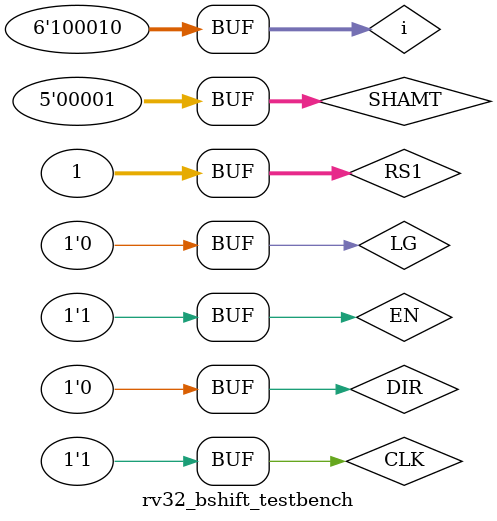
<source format=v>
`timescale 1ns / 1ps


module rv32_bshift_testbench();

reg CLK;
reg EN;
reg DIR;
reg LG;
reg [4:0] SHAMT;
reg [31:0] RS1;
wire [31:0] RD1;

reg [5:0] i;

rv32_barrel_shifter BSHIFT_TEST (
    .clk(CLK),
    .enable(EN),
    .direction(DIR),
    .logical(LG),
    .shift_amount(SHAMT),
    .data_to_shift(RS1),
    .shift_out(RD1));

initial
begin
    //Setup the Simulation.
    CLK <= 0;
    EN <= 0;
    DIR <= 0;
    LG <= 0;
    SHAMT <= 0;
    RS1 <= 0;
    i <= 0;
    #10;
    
    //Simulation Start
    //Barrel Shifter verified!
    //RS1 <= {1'b1, {31{1'b0}}};//, 1'b1};
    RS1 <= 1;
    EN <= 1;
    DIR <= 0;
    LG <= 0;
        
    for ( i = 0; i < 34; i = i + 1)
    begin
        CLK <= 0;
        #5;
        SHAMT <= i;
        CLK <= 1;
        #5;
    end
    
end

endmodule

</source>
